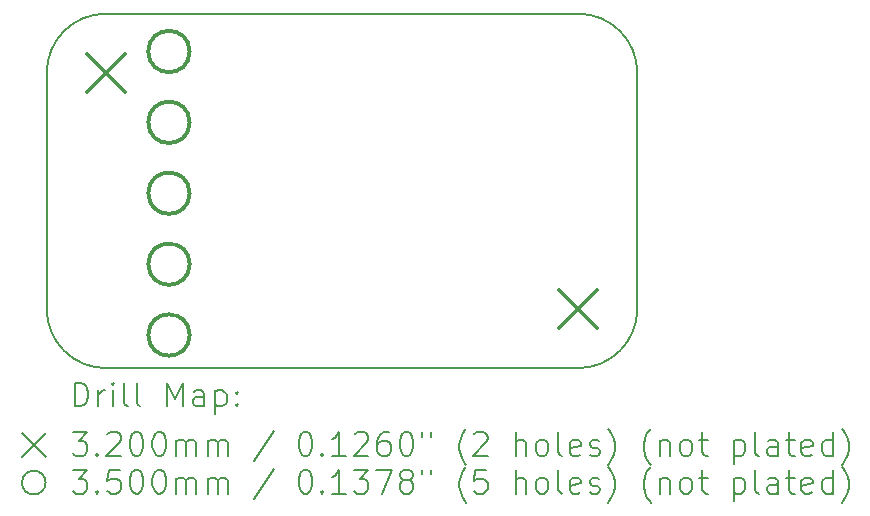
<source format=gbr>
%TF.GenerationSoftware,KiCad,Pcbnew,7.0.2*%
%TF.CreationDate,2023-05-10T12:42:35-04:00*%
%TF.ProjectId,StackLight,53746163-6b4c-4696-9768-742e6b696361,0.5*%
%TF.SameCoordinates,Original*%
%TF.FileFunction,Drillmap*%
%TF.FilePolarity,Positive*%
%FSLAX45Y45*%
G04 Gerber Fmt 4.5, Leading zero omitted, Abs format (unit mm)*
G04 Created by KiCad (PCBNEW 7.0.2) date 2023-05-10 12:42:35*
%MOMM*%
%LPD*%
G01*
G04 APERTURE LIST*
%ADD10C,0.200000*%
%ADD11C,0.320000*%
%ADD12C,0.350000*%
G04 APERTURE END LIST*
D10*
X15500000Y-8000000D02*
X15500000Y-10000000D01*
X11000000Y-7500000D02*
G75*
G03*
X10500000Y-8000000I0J-500000D01*
G01*
X15000000Y-10500000D02*
X11000000Y-10500000D01*
X11000000Y-7500000D02*
X15000000Y-7500000D01*
X15000000Y-10500000D02*
G75*
G03*
X15500000Y-10000000I0J500000D01*
G01*
X10500000Y-10000000D02*
G75*
G03*
X11000000Y-10500000I500000J0D01*
G01*
X15500000Y-8000000D02*
G75*
G03*
X15000000Y-7500000I-500000J0D01*
G01*
X10500000Y-10000000D02*
X10500000Y-8000000D01*
D11*
X10840000Y-7840000D02*
X11160000Y-8160000D01*
X11160000Y-7840000D02*
X10840000Y-8160000D01*
X14840000Y-9840000D02*
X15160000Y-10160000D01*
X15160000Y-9840000D02*
X14840000Y-10160000D01*
D12*
X11710000Y-7820000D02*
G75*
G03*
X11710000Y-7820000I-175000J0D01*
G01*
X11710000Y-8420000D02*
G75*
G03*
X11710000Y-8420000I-175000J0D01*
G01*
X11710000Y-9020000D02*
G75*
G03*
X11710000Y-9020000I-175000J0D01*
G01*
X11710000Y-9620000D02*
G75*
G03*
X11710000Y-9620000I-175000J0D01*
G01*
X11710000Y-10220000D02*
G75*
G03*
X11710000Y-10220000I-175000J0D01*
G01*
D10*
X10737619Y-10822524D02*
X10737619Y-10622524D01*
X10737619Y-10622524D02*
X10785238Y-10622524D01*
X10785238Y-10622524D02*
X10813810Y-10632048D01*
X10813810Y-10632048D02*
X10832857Y-10651095D01*
X10832857Y-10651095D02*
X10842381Y-10670143D01*
X10842381Y-10670143D02*
X10851905Y-10708238D01*
X10851905Y-10708238D02*
X10851905Y-10736810D01*
X10851905Y-10736810D02*
X10842381Y-10774905D01*
X10842381Y-10774905D02*
X10832857Y-10793952D01*
X10832857Y-10793952D02*
X10813810Y-10813000D01*
X10813810Y-10813000D02*
X10785238Y-10822524D01*
X10785238Y-10822524D02*
X10737619Y-10822524D01*
X10937619Y-10822524D02*
X10937619Y-10689190D01*
X10937619Y-10727286D02*
X10947143Y-10708238D01*
X10947143Y-10708238D02*
X10956667Y-10698714D01*
X10956667Y-10698714D02*
X10975714Y-10689190D01*
X10975714Y-10689190D02*
X10994762Y-10689190D01*
X11061429Y-10822524D02*
X11061429Y-10689190D01*
X11061429Y-10622524D02*
X11051905Y-10632048D01*
X11051905Y-10632048D02*
X11061429Y-10641571D01*
X11061429Y-10641571D02*
X11070952Y-10632048D01*
X11070952Y-10632048D02*
X11061429Y-10622524D01*
X11061429Y-10622524D02*
X11061429Y-10641571D01*
X11185238Y-10822524D02*
X11166190Y-10813000D01*
X11166190Y-10813000D02*
X11156667Y-10793952D01*
X11156667Y-10793952D02*
X11156667Y-10622524D01*
X11290000Y-10822524D02*
X11270952Y-10813000D01*
X11270952Y-10813000D02*
X11261428Y-10793952D01*
X11261428Y-10793952D02*
X11261428Y-10622524D01*
X11518571Y-10822524D02*
X11518571Y-10622524D01*
X11518571Y-10622524D02*
X11585238Y-10765381D01*
X11585238Y-10765381D02*
X11651905Y-10622524D01*
X11651905Y-10622524D02*
X11651905Y-10822524D01*
X11832857Y-10822524D02*
X11832857Y-10717762D01*
X11832857Y-10717762D02*
X11823333Y-10698714D01*
X11823333Y-10698714D02*
X11804286Y-10689190D01*
X11804286Y-10689190D02*
X11766190Y-10689190D01*
X11766190Y-10689190D02*
X11747143Y-10698714D01*
X11832857Y-10813000D02*
X11813809Y-10822524D01*
X11813809Y-10822524D02*
X11766190Y-10822524D01*
X11766190Y-10822524D02*
X11747143Y-10813000D01*
X11747143Y-10813000D02*
X11737619Y-10793952D01*
X11737619Y-10793952D02*
X11737619Y-10774905D01*
X11737619Y-10774905D02*
X11747143Y-10755857D01*
X11747143Y-10755857D02*
X11766190Y-10746333D01*
X11766190Y-10746333D02*
X11813809Y-10746333D01*
X11813809Y-10746333D02*
X11832857Y-10736810D01*
X11928095Y-10689190D02*
X11928095Y-10889190D01*
X11928095Y-10698714D02*
X11947143Y-10689190D01*
X11947143Y-10689190D02*
X11985238Y-10689190D01*
X11985238Y-10689190D02*
X12004286Y-10698714D01*
X12004286Y-10698714D02*
X12013809Y-10708238D01*
X12013809Y-10708238D02*
X12023333Y-10727286D01*
X12023333Y-10727286D02*
X12023333Y-10784429D01*
X12023333Y-10784429D02*
X12013809Y-10803476D01*
X12013809Y-10803476D02*
X12004286Y-10813000D01*
X12004286Y-10813000D02*
X11985238Y-10822524D01*
X11985238Y-10822524D02*
X11947143Y-10822524D01*
X11947143Y-10822524D02*
X11928095Y-10813000D01*
X12109048Y-10803476D02*
X12118571Y-10813000D01*
X12118571Y-10813000D02*
X12109048Y-10822524D01*
X12109048Y-10822524D02*
X12099524Y-10813000D01*
X12099524Y-10813000D02*
X12109048Y-10803476D01*
X12109048Y-10803476D02*
X12109048Y-10822524D01*
X12109048Y-10698714D02*
X12118571Y-10708238D01*
X12118571Y-10708238D02*
X12109048Y-10717762D01*
X12109048Y-10717762D02*
X12099524Y-10708238D01*
X12099524Y-10708238D02*
X12109048Y-10698714D01*
X12109048Y-10698714D02*
X12109048Y-10717762D01*
X10290000Y-11050000D02*
X10490000Y-11250000D01*
X10490000Y-11050000D02*
X10290000Y-11250000D01*
X10718571Y-11042524D02*
X10842381Y-11042524D01*
X10842381Y-11042524D02*
X10775714Y-11118714D01*
X10775714Y-11118714D02*
X10804286Y-11118714D01*
X10804286Y-11118714D02*
X10823333Y-11128238D01*
X10823333Y-11128238D02*
X10832857Y-11137762D01*
X10832857Y-11137762D02*
X10842381Y-11156810D01*
X10842381Y-11156810D02*
X10842381Y-11204428D01*
X10842381Y-11204428D02*
X10832857Y-11223476D01*
X10832857Y-11223476D02*
X10823333Y-11233000D01*
X10823333Y-11233000D02*
X10804286Y-11242524D01*
X10804286Y-11242524D02*
X10747143Y-11242524D01*
X10747143Y-11242524D02*
X10728095Y-11233000D01*
X10728095Y-11233000D02*
X10718571Y-11223476D01*
X10928095Y-11223476D02*
X10937619Y-11233000D01*
X10937619Y-11233000D02*
X10928095Y-11242524D01*
X10928095Y-11242524D02*
X10918571Y-11233000D01*
X10918571Y-11233000D02*
X10928095Y-11223476D01*
X10928095Y-11223476D02*
X10928095Y-11242524D01*
X11013810Y-11061571D02*
X11023333Y-11052048D01*
X11023333Y-11052048D02*
X11042381Y-11042524D01*
X11042381Y-11042524D02*
X11090000Y-11042524D01*
X11090000Y-11042524D02*
X11109048Y-11052048D01*
X11109048Y-11052048D02*
X11118571Y-11061571D01*
X11118571Y-11061571D02*
X11128095Y-11080619D01*
X11128095Y-11080619D02*
X11128095Y-11099667D01*
X11128095Y-11099667D02*
X11118571Y-11128238D01*
X11118571Y-11128238D02*
X11004286Y-11242524D01*
X11004286Y-11242524D02*
X11128095Y-11242524D01*
X11251905Y-11042524D02*
X11270952Y-11042524D01*
X11270952Y-11042524D02*
X11290000Y-11052048D01*
X11290000Y-11052048D02*
X11299524Y-11061571D01*
X11299524Y-11061571D02*
X11309048Y-11080619D01*
X11309048Y-11080619D02*
X11318571Y-11118714D01*
X11318571Y-11118714D02*
X11318571Y-11166333D01*
X11318571Y-11166333D02*
X11309048Y-11204428D01*
X11309048Y-11204428D02*
X11299524Y-11223476D01*
X11299524Y-11223476D02*
X11290000Y-11233000D01*
X11290000Y-11233000D02*
X11270952Y-11242524D01*
X11270952Y-11242524D02*
X11251905Y-11242524D01*
X11251905Y-11242524D02*
X11232857Y-11233000D01*
X11232857Y-11233000D02*
X11223333Y-11223476D01*
X11223333Y-11223476D02*
X11213809Y-11204428D01*
X11213809Y-11204428D02*
X11204286Y-11166333D01*
X11204286Y-11166333D02*
X11204286Y-11118714D01*
X11204286Y-11118714D02*
X11213809Y-11080619D01*
X11213809Y-11080619D02*
X11223333Y-11061571D01*
X11223333Y-11061571D02*
X11232857Y-11052048D01*
X11232857Y-11052048D02*
X11251905Y-11042524D01*
X11442381Y-11042524D02*
X11461429Y-11042524D01*
X11461429Y-11042524D02*
X11480476Y-11052048D01*
X11480476Y-11052048D02*
X11490000Y-11061571D01*
X11490000Y-11061571D02*
X11499524Y-11080619D01*
X11499524Y-11080619D02*
X11509048Y-11118714D01*
X11509048Y-11118714D02*
X11509048Y-11166333D01*
X11509048Y-11166333D02*
X11499524Y-11204428D01*
X11499524Y-11204428D02*
X11490000Y-11223476D01*
X11490000Y-11223476D02*
X11480476Y-11233000D01*
X11480476Y-11233000D02*
X11461429Y-11242524D01*
X11461429Y-11242524D02*
X11442381Y-11242524D01*
X11442381Y-11242524D02*
X11423333Y-11233000D01*
X11423333Y-11233000D02*
X11413809Y-11223476D01*
X11413809Y-11223476D02*
X11404286Y-11204428D01*
X11404286Y-11204428D02*
X11394762Y-11166333D01*
X11394762Y-11166333D02*
X11394762Y-11118714D01*
X11394762Y-11118714D02*
X11404286Y-11080619D01*
X11404286Y-11080619D02*
X11413809Y-11061571D01*
X11413809Y-11061571D02*
X11423333Y-11052048D01*
X11423333Y-11052048D02*
X11442381Y-11042524D01*
X11594762Y-11242524D02*
X11594762Y-11109190D01*
X11594762Y-11128238D02*
X11604286Y-11118714D01*
X11604286Y-11118714D02*
X11623333Y-11109190D01*
X11623333Y-11109190D02*
X11651905Y-11109190D01*
X11651905Y-11109190D02*
X11670952Y-11118714D01*
X11670952Y-11118714D02*
X11680476Y-11137762D01*
X11680476Y-11137762D02*
X11680476Y-11242524D01*
X11680476Y-11137762D02*
X11690000Y-11118714D01*
X11690000Y-11118714D02*
X11709048Y-11109190D01*
X11709048Y-11109190D02*
X11737619Y-11109190D01*
X11737619Y-11109190D02*
X11756667Y-11118714D01*
X11756667Y-11118714D02*
X11766190Y-11137762D01*
X11766190Y-11137762D02*
X11766190Y-11242524D01*
X11861429Y-11242524D02*
X11861429Y-11109190D01*
X11861429Y-11128238D02*
X11870952Y-11118714D01*
X11870952Y-11118714D02*
X11890000Y-11109190D01*
X11890000Y-11109190D02*
X11918571Y-11109190D01*
X11918571Y-11109190D02*
X11937619Y-11118714D01*
X11937619Y-11118714D02*
X11947143Y-11137762D01*
X11947143Y-11137762D02*
X11947143Y-11242524D01*
X11947143Y-11137762D02*
X11956667Y-11118714D01*
X11956667Y-11118714D02*
X11975714Y-11109190D01*
X11975714Y-11109190D02*
X12004286Y-11109190D01*
X12004286Y-11109190D02*
X12023333Y-11118714D01*
X12023333Y-11118714D02*
X12032857Y-11137762D01*
X12032857Y-11137762D02*
X12032857Y-11242524D01*
X12423333Y-11033000D02*
X12251905Y-11290143D01*
X12680476Y-11042524D02*
X12699524Y-11042524D01*
X12699524Y-11042524D02*
X12718572Y-11052048D01*
X12718572Y-11052048D02*
X12728095Y-11061571D01*
X12728095Y-11061571D02*
X12737619Y-11080619D01*
X12737619Y-11080619D02*
X12747143Y-11118714D01*
X12747143Y-11118714D02*
X12747143Y-11166333D01*
X12747143Y-11166333D02*
X12737619Y-11204428D01*
X12737619Y-11204428D02*
X12728095Y-11223476D01*
X12728095Y-11223476D02*
X12718572Y-11233000D01*
X12718572Y-11233000D02*
X12699524Y-11242524D01*
X12699524Y-11242524D02*
X12680476Y-11242524D01*
X12680476Y-11242524D02*
X12661429Y-11233000D01*
X12661429Y-11233000D02*
X12651905Y-11223476D01*
X12651905Y-11223476D02*
X12642381Y-11204428D01*
X12642381Y-11204428D02*
X12632857Y-11166333D01*
X12632857Y-11166333D02*
X12632857Y-11118714D01*
X12632857Y-11118714D02*
X12642381Y-11080619D01*
X12642381Y-11080619D02*
X12651905Y-11061571D01*
X12651905Y-11061571D02*
X12661429Y-11052048D01*
X12661429Y-11052048D02*
X12680476Y-11042524D01*
X12832857Y-11223476D02*
X12842381Y-11233000D01*
X12842381Y-11233000D02*
X12832857Y-11242524D01*
X12832857Y-11242524D02*
X12823333Y-11233000D01*
X12823333Y-11233000D02*
X12832857Y-11223476D01*
X12832857Y-11223476D02*
X12832857Y-11242524D01*
X13032857Y-11242524D02*
X12918572Y-11242524D01*
X12975714Y-11242524D02*
X12975714Y-11042524D01*
X12975714Y-11042524D02*
X12956667Y-11071095D01*
X12956667Y-11071095D02*
X12937619Y-11090143D01*
X12937619Y-11090143D02*
X12918572Y-11099667D01*
X13109048Y-11061571D02*
X13118572Y-11052048D01*
X13118572Y-11052048D02*
X13137619Y-11042524D01*
X13137619Y-11042524D02*
X13185238Y-11042524D01*
X13185238Y-11042524D02*
X13204286Y-11052048D01*
X13204286Y-11052048D02*
X13213810Y-11061571D01*
X13213810Y-11061571D02*
X13223333Y-11080619D01*
X13223333Y-11080619D02*
X13223333Y-11099667D01*
X13223333Y-11099667D02*
X13213810Y-11128238D01*
X13213810Y-11128238D02*
X13099524Y-11242524D01*
X13099524Y-11242524D02*
X13223333Y-11242524D01*
X13394762Y-11042524D02*
X13356667Y-11042524D01*
X13356667Y-11042524D02*
X13337619Y-11052048D01*
X13337619Y-11052048D02*
X13328095Y-11061571D01*
X13328095Y-11061571D02*
X13309048Y-11090143D01*
X13309048Y-11090143D02*
X13299524Y-11128238D01*
X13299524Y-11128238D02*
X13299524Y-11204428D01*
X13299524Y-11204428D02*
X13309048Y-11223476D01*
X13309048Y-11223476D02*
X13318572Y-11233000D01*
X13318572Y-11233000D02*
X13337619Y-11242524D01*
X13337619Y-11242524D02*
X13375714Y-11242524D01*
X13375714Y-11242524D02*
X13394762Y-11233000D01*
X13394762Y-11233000D02*
X13404286Y-11223476D01*
X13404286Y-11223476D02*
X13413810Y-11204428D01*
X13413810Y-11204428D02*
X13413810Y-11156810D01*
X13413810Y-11156810D02*
X13404286Y-11137762D01*
X13404286Y-11137762D02*
X13394762Y-11128238D01*
X13394762Y-11128238D02*
X13375714Y-11118714D01*
X13375714Y-11118714D02*
X13337619Y-11118714D01*
X13337619Y-11118714D02*
X13318572Y-11128238D01*
X13318572Y-11128238D02*
X13309048Y-11137762D01*
X13309048Y-11137762D02*
X13299524Y-11156810D01*
X13537619Y-11042524D02*
X13556667Y-11042524D01*
X13556667Y-11042524D02*
X13575714Y-11052048D01*
X13575714Y-11052048D02*
X13585238Y-11061571D01*
X13585238Y-11061571D02*
X13594762Y-11080619D01*
X13594762Y-11080619D02*
X13604286Y-11118714D01*
X13604286Y-11118714D02*
X13604286Y-11166333D01*
X13604286Y-11166333D02*
X13594762Y-11204428D01*
X13594762Y-11204428D02*
X13585238Y-11223476D01*
X13585238Y-11223476D02*
X13575714Y-11233000D01*
X13575714Y-11233000D02*
X13556667Y-11242524D01*
X13556667Y-11242524D02*
X13537619Y-11242524D01*
X13537619Y-11242524D02*
X13518572Y-11233000D01*
X13518572Y-11233000D02*
X13509048Y-11223476D01*
X13509048Y-11223476D02*
X13499524Y-11204428D01*
X13499524Y-11204428D02*
X13490000Y-11166333D01*
X13490000Y-11166333D02*
X13490000Y-11118714D01*
X13490000Y-11118714D02*
X13499524Y-11080619D01*
X13499524Y-11080619D02*
X13509048Y-11061571D01*
X13509048Y-11061571D02*
X13518572Y-11052048D01*
X13518572Y-11052048D02*
X13537619Y-11042524D01*
X13680476Y-11042524D02*
X13680476Y-11080619D01*
X13756667Y-11042524D02*
X13756667Y-11080619D01*
X14051905Y-11318714D02*
X14042381Y-11309190D01*
X14042381Y-11309190D02*
X14023334Y-11280619D01*
X14023334Y-11280619D02*
X14013810Y-11261571D01*
X14013810Y-11261571D02*
X14004286Y-11233000D01*
X14004286Y-11233000D02*
X13994762Y-11185381D01*
X13994762Y-11185381D02*
X13994762Y-11147286D01*
X13994762Y-11147286D02*
X14004286Y-11099667D01*
X14004286Y-11099667D02*
X14013810Y-11071095D01*
X14013810Y-11071095D02*
X14023334Y-11052048D01*
X14023334Y-11052048D02*
X14042381Y-11023476D01*
X14042381Y-11023476D02*
X14051905Y-11013952D01*
X14118572Y-11061571D02*
X14128095Y-11052048D01*
X14128095Y-11052048D02*
X14147143Y-11042524D01*
X14147143Y-11042524D02*
X14194762Y-11042524D01*
X14194762Y-11042524D02*
X14213810Y-11052048D01*
X14213810Y-11052048D02*
X14223334Y-11061571D01*
X14223334Y-11061571D02*
X14232857Y-11080619D01*
X14232857Y-11080619D02*
X14232857Y-11099667D01*
X14232857Y-11099667D02*
X14223334Y-11128238D01*
X14223334Y-11128238D02*
X14109048Y-11242524D01*
X14109048Y-11242524D02*
X14232857Y-11242524D01*
X14470953Y-11242524D02*
X14470953Y-11042524D01*
X14556667Y-11242524D02*
X14556667Y-11137762D01*
X14556667Y-11137762D02*
X14547143Y-11118714D01*
X14547143Y-11118714D02*
X14528096Y-11109190D01*
X14528096Y-11109190D02*
X14499524Y-11109190D01*
X14499524Y-11109190D02*
X14480476Y-11118714D01*
X14480476Y-11118714D02*
X14470953Y-11128238D01*
X14680476Y-11242524D02*
X14661429Y-11233000D01*
X14661429Y-11233000D02*
X14651905Y-11223476D01*
X14651905Y-11223476D02*
X14642381Y-11204428D01*
X14642381Y-11204428D02*
X14642381Y-11147286D01*
X14642381Y-11147286D02*
X14651905Y-11128238D01*
X14651905Y-11128238D02*
X14661429Y-11118714D01*
X14661429Y-11118714D02*
X14680476Y-11109190D01*
X14680476Y-11109190D02*
X14709048Y-11109190D01*
X14709048Y-11109190D02*
X14728096Y-11118714D01*
X14728096Y-11118714D02*
X14737619Y-11128238D01*
X14737619Y-11128238D02*
X14747143Y-11147286D01*
X14747143Y-11147286D02*
X14747143Y-11204428D01*
X14747143Y-11204428D02*
X14737619Y-11223476D01*
X14737619Y-11223476D02*
X14728096Y-11233000D01*
X14728096Y-11233000D02*
X14709048Y-11242524D01*
X14709048Y-11242524D02*
X14680476Y-11242524D01*
X14861429Y-11242524D02*
X14842381Y-11233000D01*
X14842381Y-11233000D02*
X14832857Y-11213952D01*
X14832857Y-11213952D02*
X14832857Y-11042524D01*
X15013810Y-11233000D02*
X14994762Y-11242524D01*
X14994762Y-11242524D02*
X14956667Y-11242524D01*
X14956667Y-11242524D02*
X14937619Y-11233000D01*
X14937619Y-11233000D02*
X14928096Y-11213952D01*
X14928096Y-11213952D02*
X14928096Y-11137762D01*
X14928096Y-11137762D02*
X14937619Y-11118714D01*
X14937619Y-11118714D02*
X14956667Y-11109190D01*
X14956667Y-11109190D02*
X14994762Y-11109190D01*
X14994762Y-11109190D02*
X15013810Y-11118714D01*
X15013810Y-11118714D02*
X15023334Y-11137762D01*
X15023334Y-11137762D02*
X15023334Y-11156810D01*
X15023334Y-11156810D02*
X14928096Y-11175857D01*
X15099524Y-11233000D02*
X15118572Y-11242524D01*
X15118572Y-11242524D02*
X15156667Y-11242524D01*
X15156667Y-11242524D02*
X15175715Y-11233000D01*
X15175715Y-11233000D02*
X15185238Y-11213952D01*
X15185238Y-11213952D02*
X15185238Y-11204428D01*
X15185238Y-11204428D02*
X15175715Y-11185381D01*
X15175715Y-11185381D02*
X15156667Y-11175857D01*
X15156667Y-11175857D02*
X15128096Y-11175857D01*
X15128096Y-11175857D02*
X15109048Y-11166333D01*
X15109048Y-11166333D02*
X15099524Y-11147286D01*
X15099524Y-11147286D02*
X15099524Y-11137762D01*
X15099524Y-11137762D02*
X15109048Y-11118714D01*
X15109048Y-11118714D02*
X15128096Y-11109190D01*
X15128096Y-11109190D02*
X15156667Y-11109190D01*
X15156667Y-11109190D02*
X15175715Y-11118714D01*
X15251905Y-11318714D02*
X15261429Y-11309190D01*
X15261429Y-11309190D02*
X15280477Y-11280619D01*
X15280477Y-11280619D02*
X15290000Y-11261571D01*
X15290000Y-11261571D02*
X15299524Y-11233000D01*
X15299524Y-11233000D02*
X15309048Y-11185381D01*
X15309048Y-11185381D02*
X15309048Y-11147286D01*
X15309048Y-11147286D02*
X15299524Y-11099667D01*
X15299524Y-11099667D02*
X15290000Y-11071095D01*
X15290000Y-11071095D02*
X15280477Y-11052048D01*
X15280477Y-11052048D02*
X15261429Y-11023476D01*
X15261429Y-11023476D02*
X15251905Y-11013952D01*
X15613810Y-11318714D02*
X15604286Y-11309190D01*
X15604286Y-11309190D02*
X15585238Y-11280619D01*
X15585238Y-11280619D02*
X15575715Y-11261571D01*
X15575715Y-11261571D02*
X15566191Y-11233000D01*
X15566191Y-11233000D02*
X15556667Y-11185381D01*
X15556667Y-11185381D02*
X15556667Y-11147286D01*
X15556667Y-11147286D02*
X15566191Y-11099667D01*
X15566191Y-11099667D02*
X15575715Y-11071095D01*
X15575715Y-11071095D02*
X15585238Y-11052048D01*
X15585238Y-11052048D02*
X15604286Y-11023476D01*
X15604286Y-11023476D02*
X15613810Y-11013952D01*
X15690000Y-11109190D02*
X15690000Y-11242524D01*
X15690000Y-11128238D02*
X15699524Y-11118714D01*
X15699524Y-11118714D02*
X15718572Y-11109190D01*
X15718572Y-11109190D02*
X15747143Y-11109190D01*
X15747143Y-11109190D02*
X15766191Y-11118714D01*
X15766191Y-11118714D02*
X15775715Y-11137762D01*
X15775715Y-11137762D02*
X15775715Y-11242524D01*
X15899524Y-11242524D02*
X15880477Y-11233000D01*
X15880477Y-11233000D02*
X15870953Y-11223476D01*
X15870953Y-11223476D02*
X15861429Y-11204428D01*
X15861429Y-11204428D02*
X15861429Y-11147286D01*
X15861429Y-11147286D02*
X15870953Y-11128238D01*
X15870953Y-11128238D02*
X15880477Y-11118714D01*
X15880477Y-11118714D02*
X15899524Y-11109190D01*
X15899524Y-11109190D02*
X15928096Y-11109190D01*
X15928096Y-11109190D02*
X15947143Y-11118714D01*
X15947143Y-11118714D02*
X15956667Y-11128238D01*
X15956667Y-11128238D02*
X15966191Y-11147286D01*
X15966191Y-11147286D02*
X15966191Y-11204428D01*
X15966191Y-11204428D02*
X15956667Y-11223476D01*
X15956667Y-11223476D02*
X15947143Y-11233000D01*
X15947143Y-11233000D02*
X15928096Y-11242524D01*
X15928096Y-11242524D02*
X15899524Y-11242524D01*
X16023334Y-11109190D02*
X16099524Y-11109190D01*
X16051905Y-11042524D02*
X16051905Y-11213952D01*
X16051905Y-11213952D02*
X16061429Y-11233000D01*
X16061429Y-11233000D02*
X16080477Y-11242524D01*
X16080477Y-11242524D02*
X16099524Y-11242524D01*
X16318572Y-11109190D02*
X16318572Y-11309190D01*
X16318572Y-11118714D02*
X16337619Y-11109190D01*
X16337619Y-11109190D02*
X16375715Y-11109190D01*
X16375715Y-11109190D02*
X16394762Y-11118714D01*
X16394762Y-11118714D02*
X16404286Y-11128238D01*
X16404286Y-11128238D02*
X16413810Y-11147286D01*
X16413810Y-11147286D02*
X16413810Y-11204428D01*
X16413810Y-11204428D02*
X16404286Y-11223476D01*
X16404286Y-11223476D02*
X16394762Y-11233000D01*
X16394762Y-11233000D02*
X16375715Y-11242524D01*
X16375715Y-11242524D02*
X16337619Y-11242524D01*
X16337619Y-11242524D02*
X16318572Y-11233000D01*
X16528096Y-11242524D02*
X16509048Y-11233000D01*
X16509048Y-11233000D02*
X16499524Y-11213952D01*
X16499524Y-11213952D02*
X16499524Y-11042524D01*
X16690000Y-11242524D02*
X16690000Y-11137762D01*
X16690000Y-11137762D02*
X16680477Y-11118714D01*
X16680477Y-11118714D02*
X16661429Y-11109190D01*
X16661429Y-11109190D02*
X16623334Y-11109190D01*
X16623334Y-11109190D02*
X16604286Y-11118714D01*
X16690000Y-11233000D02*
X16670953Y-11242524D01*
X16670953Y-11242524D02*
X16623334Y-11242524D01*
X16623334Y-11242524D02*
X16604286Y-11233000D01*
X16604286Y-11233000D02*
X16594762Y-11213952D01*
X16594762Y-11213952D02*
X16594762Y-11194905D01*
X16594762Y-11194905D02*
X16604286Y-11175857D01*
X16604286Y-11175857D02*
X16623334Y-11166333D01*
X16623334Y-11166333D02*
X16670953Y-11166333D01*
X16670953Y-11166333D02*
X16690000Y-11156810D01*
X16756667Y-11109190D02*
X16832858Y-11109190D01*
X16785239Y-11042524D02*
X16785239Y-11213952D01*
X16785239Y-11213952D02*
X16794762Y-11233000D01*
X16794762Y-11233000D02*
X16813810Y-11242524D01*
X16813810Y-11242524D02*
X16832858Y-11242524D01*
X16975715Y-11233000D02*
X16956667Y-11242524D01*
X16956667Y-11242524D02*
X16918572Y-11242524D01*
X16918572Y-11242524D02*
X16899524Y-11233000D01*
X16899524Y-11233000D02*
X16890001Y-11213952D01*
X16890001Y-11213952D02*
X16890001Y-11137762D01*
X16890001Y-11137762D02*
X16899524Y-11118714D01*
X16899524Y-11118714D02*
X16918572Y-11109190D01*
X16918572Y-11109190D02*
X16956667Y-11109190D01*
X16956667Y-11109190D02*
X16975715Y-11118714D01*
X16975715Y-11118714D02*
X16985239Y-11137762D01*
X16985239Y-11137762D02*
X16985239Y-11156810D01*
X16985239Y-11156810D02*
X16890001Y-11175857D01*
X17156667Y-11242524D02*
X17156667Y-11042524D01*
X17156667Y-11233000D02*
X17137620Y-11242524D01*
X17137620Y-11242524D02*
X17099524Y-11242524D01*
X17099524Y-11242524D02*
X17080477Y-11233000D01*
X17080477Y-11233000D02*
X17070953Y-11223476D01*
X17070953Y-11223476D02*
X17061429Y-11204428D01*
X17061429Y-11204428D02*
X17061429Y-11147286D01*
X17061429Y-11147286D02*
X17070953Y-11128238D01*
X17070953Y-11128238D02*
X17080477Y-11118714D01*
X17080477Y-11118714D02*
X17099524Y-11109190D01*
X17099524Y-11109190D02*
X17137620Y-11109190D01*
X17137620Y-11109190D02*
X17156667Y-11118714D01*
X17232858Y-11318714D02*
X17242382Y-11309190D01*
X17242382Y-11309190D02*
X17261429Y-11280619D01*
X17261429Y-11280619D02*
X17270953Y-11261571D01*
X17270953Y-11261571D02*
X17280477Y-11233000D01*
X17280477Y-11233000D02*
X17290001Y-11185381D01*
X17290001Y-11185381D02*
X17290001Y-11147286D01*
X17290001Y-11147286D02*
X17280477Y-11099667D01*
X17280477Y-11099667D02*
X17270953Y-11071095D01*
X17270953Y-11071095D02*
X17261429Y-11052048D01*
X17261429Y-11052048D02*
X17242382Y-11023476D01*
X17242382Y-11023476D02*
X17232858Y-11013952D01*
X10490000Y-11470000D02*
G75*
G03*
X10490000Y-11470000I-100000J0D01*
G01*
X10718571Y-11362524D02*
X10842381Y-11362524D01*
X10842381Y-11362524D02*
X10775714Y-11438714D01*
X10775714Y-11438714D02*
X10804286Y-11438714D01*
X10804286Y-11438714D02*
X10823333Y-11448238D01*
X10823333Y-11448238D02*
X10832857Y-11457762D01*
X10832857Y-11457762D02*
X10842381Y-11476809D01*
X10842381Y-11476809D02*
X10842381Y-11524428D01*
X10842381Y-11524428D02*
X10832857Y-11543476D01*
X10832857Y-11543476D02*
X10823333Y-11553000D01*
X10823333Y-11553000D02*
X10804286Y-11562524D01*
X10804286Y-11562524D02*
X10747143Y-11562524D01*
X10747143Y-11562524D02*
X10728095Y-11553000D01*
X10728095Y-11553000D02*
X10718571Y-11543476D01*
X10928095Y-11543476D02*
X10937619Y-11553000D01*
X10937619Y-11553000D02*
X10928095Y-11562524D01*
X10928095Y-11562524D02*
X10918571Y-11553000D01*
X10918571Y-11553000D02*
X10928095Y-11543476D01*
X10928095Y-11543476D02*
X10928095Y-11562524D01*
X11118571Y-11362524D02*
X11023333Y-11362524D01*
X11023333Y-11362524D02*
X11013810Y-11457762D01*
X11013810Y-11457762D02*
X11023333Y-11448238D01*
X11023333Y-11448238D02*
X11042381Y-11438714D01*
X11042381Y-11438714D02*
X11090000Y-11438714D01*
X11090000Y-11438714D02*
X11109048Y-11448238D01*
X11109048Y-11448238D02*
X11118571Y-11457762D01*
X11118571Y-11457762D02*
X11128095Y-11476809D01*
X11128095Y-11476809D02*
X11128095Y-11524428D01*
X11128095Y-11524428D02*
X11118571Y-11543476D01*
X11118571Y-11543476D02*
X11109048Y-11553000D01*
X11109048Y-11553000D02*
X11090000Y-11562524D01*
X11090000Y-11562524D02*
X11042381Y-11562524D01*
X11042381Y-11562524D02*
X11023333Y-11553000D01*
X11023333Y-11553000D02*
X11013810Y-11543476D01*
X11251905Y-11362524D02*
X11270952Y-11362524D01*
X11270952Y-11362524D02*
X11290000Y-11372048D01*
X11290000Y-11372048D02*
X11299524Y-11381571D01*
X11299524Y-11381571D02*
X11309048Y-11400619D01*
X11309048Y-11400619D02*
X11318571Y-11438714D01*
X11318571Y-11438714D02*
X11318571Y-11486333D01*
X11318571Y-11486333D02*
X11309048Y-11524428D01*
X11309048Y-11524428D02*
X11299524Y-11543476D01*
X11299524Y-11543476D02*
X11290000Y-11553000D01*
X11290000Y-11553000D02*
X11270952Y-11562524D01*
X11270952Y-11562524D02*
X11251905Y-11562524D01*
X11251905Y-11562524D02*
X11232857Y-11553000D01*
X11232857Y-11553000D02*
X11223333Y-11543476D01*
X11223333Y-11543476D02*
X11213809Y-11524428D01*
X11213809Y-11524428D02*
X11204286Y-11486333D01*
X11204286Y-11486333D02*
X11204286Y-11438714D01*
X11204286Y-11438714D02*
X11213809Y-11400619D01*
X11213809Y-11400619D02*
X11223333Y-11381571D01*
X11223333Y-11381571D02*
X11232857Y-11372048D01*
X11232857Y-11372048D02*
X11251905Y-11362524D01*
X11442381Y-11362524D02*
X11461429Y-11362524D01*
X11461429Y-11362524D02*
X11480476Y-11372048D01*
X11480476Y-11372048D02*
X11490000Y-11381571D01*
X11490000Y-11381571D02*
X11499524Y-11400619D01*
X11499524Y-11400619D02*
X11509048Y-11438714D01*
X11509048Y-11438714D02*
X11509048Y-11486333D01*
X11509048Y-11486333D02*
X11499524Y-11524428D01*
X11499524Y-11524428D02*
X11490000Y-11543476D01*
X11490000Y-11543476D02*
X11480476Y-11553000D01*
X11480476Y-11553000D02*
X11461429Y-11562524D01*
X11461429Y-11562524D02*
X11442381Y-11562524D01*
X11442381Y-11562524D02*
X11423333Y-11553000D01*
X11423333Y-11553000D02*
X11413809Y-11543476D01*
X11413809Y-11543476D02*
X11404286Y-11524428D01*
X11404286Y-11524428D02*
X11394762Y-11486333D01*
X11394762Y-11486333D02*
X11394762Y-11438714D01*
X11394762Y-11438714D02*
X11404286Y-11400619D01*
X11404286Y-11400619D02*
X11413809Y-11381571D01*
X11413809Y-11381571D02*
X11423333Y-11372048D01*
X11423333Y-11372048D02*
X11442381Y-11362524D01*
X11594762Y-11562524D02*
X11594762Y-11429190D01*
X11594762Y-11448238D02*
X11604286Y-11438714D01*
X11604286Y-11438714D02*
X11623333Y-11429190D01*
X11623333Y-11429190D02*
X11651905Y-11429190D01*
X11651905Y-11429190D02*
X11670952Y-11438714D01*
X11670952Y-11438714D02*
X11680476Y-11457762D01*
X11680476Y-11457762D02*
X11680476Y-11562524D01*
X11680476Y-11457762D02*
X11690000Y-11438714D01*
X11690000Y-11438714D02*
X11709048Y-11429190D01*
X11709048Y-11429190D02*
X11737619Y-11429190D01*
X11737619Y-11429190D02*
X11756667Y-11438714D01*
X11756667Y-11438714D02*
X11766190Y-11457762D01*
X11766190Y-11457762D02*
X11766190Y-11562524D01*
X11861429Y-11562524D02*
X11861429Y-11429190D01*
X11861429Y-11448238D02*
X11870952Y-11438714D01*
X11870952Y-11438714D02*
X11890000Y-11429190D01*
X11890000Y-11429190D02*
X11918571Y-11429190D01*
X11918571Y-11429190D02*
X11937619Y-11438714D01*
X11937619Y-11438714D02*
X11947143Y-11457762D01*
X11947143Y-11457762D02*
X11947143Y-11562524D01*
X11947143Y-11457762D02*
X11956667Y-11438714D01*
X11956667Y-11438714D02*
X11975714Y-11429190D01*
X11975714Y-11429190D02*
X12004286Y-11429190D01*
X12004286Y-11429190D02*
X12023333Y-11438714D01*
X12023333Y-11438714D02*
X12032857Y-11457762D01*
X12032857Y-11457762D02*
X12032857Y-11562524D01*
X12423333Y-11353000D02*
X12251905Y-11610143D01*
X12680476Y-11362524D02*
X12699524Y-11362524D01*
X12699524Y-11362524D02*
X12718572Y-11372048D01*
X12718572Y-11372048D02*
X12728095Y-11381571D01*
X12728095Y-11381571D02*
X12737619Y-11400619D01*
X12737619Y-11400619D02*
X12747143Y-11438714D01*
X12747143Y-11438714D02*
X12747143Y-11486333D01*
X12747143Y-11486333D02*
X12737619Y-11524428D01*
X12737619Y-11524428D02*
X12728095Y-11543476D01*
X12728095Y-11543476D02*
X12718572Y-11553000D01*
X12718572Y-11553000D02*
X12699524Y-11562524D01*
X12699524Y-11562524D02*
X12680476Y-11562524D01*
X12680476Y-11562524D02*
X12661429Y-11553000D01*
X12661429Y-11553000D02*
X12651905Y-11543476D01*
X12651905Y-11543476D02*
X12642381Y-11524428D01*
X12642381Y-11524428D02*
X12632857Y-11486333D01*
X12632857Y-11486333D02*
X12632857Y-11438714D01*
X12632857Y-11438714D02*
X12642381Y-11400619D01*
X12642381Y-11400619D02*
X12651905Y-11381571D01*
X12651905Y-11381571D02*
X12661429Y-11372048D01*
X12661429Y-11372048D02*
X12680476Y-11362524D01*
X12832857Y-11543476D02*
X12842381Y-11553000D01*
X12842381Y-11553000D02*
X12832857Y-11562524D01*
X12832857Y-11562524D02*
X12823333Y-11553000D01*
X12823333Y-11553000D02*
X12832857Y-11543476D01*
X12832857Y-11543476D02*
X12832857Y-11562524D01*
X13032857Y-11562524D02*
X12918572Y-11562524D01*
X12975714Y-11562524D02*
X12975714Y-11362524D01*
X12975714Y-11362524D02*
X12956667Y-11391095D01*
X12956667Y-11391095D02*
X12937619Y-11410143D01*
X12937619Y-11410143D02*
X12918572Y-11419667D01*
X13099524Y-11362524D02*
X13223333Y-11362524D01*
X13223333Y-11362524D02*
X13156667Y-11438714D01*
X13156667Y-11438714D02*
X13185238Y-11438714D01*
X13185238Y-11438714D02*
X13204286Y-11448238D01*
X13204286Y-11448238D02*
X13213810Y-11457762D01*
X13213810Y-11457762D02*
X13223333Y-11476809D01*
X13223333Y-11476809D02*
X13223333Y-11524428D01*
X13223333Y-11524428D02*
X13213810Y-11543476D01*
X13213810Y-11543476D02*
X13204286Y-11553000D01*
X13204286Y-11553000D02*
X13185238Y-11562524D01*
X13185238Y-11562524D02*
X13128095Y-11562524D01*
X13128095Y-11562524D02*
X13109048Y-11553000D01*
X13109048Y-11553000D02*
X13099524Y-11543476D01*
X13290000Y-11362524D02*
X13423333Y-11362524D01*
X13423333Y-11362524D02*
X13337619Y-11562524D01*
X13528095Y-11448238D02*
X13509048Y-11438714D01*
X13509048Y-11438714D02*
X13499524Y-11429190D01*
X13499524Y-11429190D02*
X13490000Y-11410143D01*
X13490000Y-11410143D02*
X13490000Y-11400619D01*
X13490000Y-11400619D02*
X13499524Y-11381571D01*
X13499524Y-11381571D02*
X13509048Y-11372048D01*
X13509048Y-11372048D02*
X13528095Y-11362524D01*
X13528095Y-11362524D02*
X13566191Y-11362524D01*
X13566191Y-11362524D02*
X13585238Y-11372048D01*
X13585238Y-11372048D02*
X13594762Y-11381571D01*
X13594762Y-11381571D02*
X13604286Y-11400619D01*
X13604286Y-11400619D02*
X13604286Y-11410143D01*
X13604286Y-11410143D02*
X13594762Y-11429190D01*
X13594762Y-11429190D02*
X13585238Y-11438714D01*
X13585238Y-11438714D02*
X13566191Y-11448238D01*
X13566191Y-11448238D02*
X13528095Y-11448238D01*
X13528095Y-11448238D02*
X13509048Y-11457762D01*
X13509048Y-11457762D02*
X13499524Y-11467286D01*
X13499524Y-11467286D02*
X13490000Y-11486333D01*
X13490000Y-11486333D02*
X13490000Y-11524428D01*
X13490000Y-11524428D02*
X13499524Y-11543476D01*
X13499524Y-11543476D02*
X13509048Y-11553000D01*
X13509048Y-11553000D02*
X13528095Y-11562524D01*
X13528095Y-11562524D02*
X13566191Y-11562524D01*
X13566191Y-11562524D02*
X13585238Y-11553000D01*
X13585238Y-11553000D02*
X13594762Y-11543476D01*
X13594762Y-11543476D02*
X13604286Y-11524428D01*
X13604286Y-11524428D02*
X13604286Y-11486333D01*
X13604286Y-11486333D02*
X13594762Y-11467286D01*
X13594762Y-11467286D02*
X13585238Y-11457762D01*
X13585238Y-11457762D02*
X13566191Y-11448238D01*
X13680476Y-11362524D02*
X13680476Y-11400619D01*
X13756667Y-11362524D02*
X13756667Y-11400619D01*
X14051905Y-11638714D02*
X14042381Y-11629190D01*
X14042381Y-11629190D02*
X14023334Y-11600619D01*
X14023334Y-11600619D02*
X14013810Y-11581571D01*
X14013810Y-11581571D02*
X14004286Y-11553000D01*
X14004286Y-11553000D02*
X13994762Y-11505381D01*
X13994762Y-11505381D02*
X13994762Y-11467286D01*
X13994762Y-11467286D02*
X14004286Y-11419667D01*
X14004286Y-11419667D02*
X14013810Y-11391095D01*
X14013810Y-11391095D02*
X14023334Y-11372048D01*
X14023334Y-11372048D02*
X14042381Y-11343476D01*
X14042381Y-11343476D02*
X14051905Y-11333952D01*
X14223334Y-11362524D02*
X14128095Y-11362524D01*
X14128095Y-11362524D02*
X14118572Y-11457762D01*
X14118572Y-11457762D02*
X14128095Y-11448238D01*
X14128095Y-11448238D02*
X14147143Y-11438714D01*
X14147143Y-11438714D02*
X14194762Y-11438714D01*
X14194762Y-11438714D02*
X14213810Y-11448238D01*
X14213810Y-11448238D02*
X14223334Y-11457762D01*
X14223334Y-11457762D02*
X14232857Y-11476809D01*
X14232857Y-11476809D02*
X14232857Y-11524428D01*
X14232857Y-11524428D02*
X14223334Y-11543476D01*
X14223334Y-11543476D02*
X14213810Y-11553000D01*
X14213810Y-11553000D02*
X14194762Y-11562524D01*
X14194762Y-11562524D02*
X14147143Y-11562524D01*
X14147143Y-11562524D02*
X14128095Y-11553000D01*
X14128095Y-11553000D02*
X14118572Y-11543476D01*
X14470953Y-11562524D02*
X14470953Y-11362524D01*
X14556667Y-11562524D02*
X14556667Y-11457762D01*
X14556667Y-11457762D02*
X14547143Y-11438714D01*
X14547143Y-11438714D02*
X14528096Y-11429190D01*
X14528096Y-11429190D02*
X14499524Y-11429190D01*
X14499524Y-11429190D02*
X14480476Y-11438714D01*
X14480476Y-11438714D02*
X14470953Y-11448238D01*
X14680476Y-11562524D02*
X14661429Y-11553000D01*
X14661429Y-11553000D02*
X14651905Y-11543476D01*
X14651905Y-11543476D02*
X14642381Y-11524428D01*
X14642381Y-11524428D02*
X14642381Y-11467286D01*
X14642381Y-11467286D02*
X14651905Y-11448238D01*
X14651905Y-11448238D02*
X14661429Y-11438714D01*
X14661429Y-11438714D02*
X14680476Y-11429190D01*
X14680476Y-11429190D02*
X14709048Y-11429190D01*
X14709048Y-11429190D02*
X14728096Y-11438714D01*
X14728096Y-11438714D02*
X14737619Y-11448238D01*
X14737619Y-11448238D02*
X14747143Y-11467286D01*
X14747143Y-11467286D02*
X14747143Y-11524428D01*
X14747143Y-11524428D02*
X14737619Y-11543476D01*
X14737619Y-11543476D02*
X14728096Y-11553000D01*
X14728096Y-11553000D02*
X14709048Y-11562524D01*
X14709048Y-11562524D02*
X14680476Y-11562524D01*
X14861429Y-11562524D02*
X14842381Y-11553000D01*
X14842381Y-11553000D02*
X14832857Y-11533952D01*
X14832857Y-11533952D02*
X14832857Y-11362524D01*
X15013810Y-11553000D02*
X14994762Y-11562524D01*
X14994762Y-11562524D02*
X14956667Y-11562524D01*
X14956667Y-11562524D02*
X14937619Y-11553000D01*
X14937619Y-11553000D02*
X14928096Y-11533952D01*
X14928096Y-11533952D02*
X14928096Y-11457762D01*
X14928096Y-11457762D02*
X14937619Y-11438714D01*
X14937619Y-11438714D02*
X14956667Y-11429190D01*
X14956667Y-11429190D02*
X14994762Y-11429190D01*
X14994762Y-11429190D02*
X15013810Y-11438714D01*
X15013810Y-11438714D02*
X15023334Y-11457762D01*
X15023334Y-11457762D02*
X15023334Y-11476809D01*
X15023334Y-11476809D02*
X14928096Y-11495857D01*
X15099524Y-11553000D02*
X15118572Y-11562524D01*
X15118572Y-11562524D02*
X15156667Y-11562524D01*
X15156667Y-11562524D02*
X15175715Y-11553000D01*
X15175715Y-11553000D02*
X15185238Y-11533952D01*
X15185238Y-11533952D02*
X15185238Y-11524428D01*
X15185238Y-11524428D02*
X15175715Y-11505381D01*
X15175715Y-11505381D02*
X15156667Y-11495857D01*
X15156667Y-11495857D02*
X15128096Y-11495857D01*
X15128096Y-11495857D02*
X15109048Y-11486333D01*
X15109048Y-11486333D02*
X15099524Y-11467286D01*
X15099524Y-11467286D02*
X15099524Y-11457762D01*
X15099524Y-11457762D02*
X15109048Y-11438714D01*
X15109048Y-11438714D02*
X15128096Y-11429190D01*
X15128096Y-11429190D02*
X15156667Y-11429190D01*
X15156667Y-11429190D02*
X15175715Y-11438714D01*
X15251905Y-11638714D02*
X15261429Y-11629190D01*
X15261429Y-11629190D02*
X15280477Y-11600619D01*
X15280477Y-11600619D02*
X15290000Y-11581571D01*
X15290000Y-11581571D02*
X15299524Y-11553000D01*
X15299524Y-11553000D02*
X15309048Y-11505381D01*
X15309048Y-11505381D02*
X15309048Y-11467286D01*
X15309048Y-11467286D02*
X15299524Y-11419667D01*
X15299524Y-11419667D02*
X15290000Y-11391095D01*
X15290000Y-11391095D02*
X15280477Y-11372048D01*
X15280477Y-11372048D02*
X15261429Y-11343476D01*
X15261429Y-11343476D02*
X15251905Y-11333952D01*
X15613810Y-11638714D02*
X15604286Y-11629190D01*
X15604286Y-11629190D02*
X15585238Y-11600619D01*
X15585238Y-11600619D02*
X15575715Y-11581571D01*
X15575715Y-11581571D02*
X15566191Y-11553000D01*
X15566191Y-11553000D02*
X15556667Y-11505381D01*
X15556667Y-11505381D02*
X15556667Y-11467286D01*
X15556667Y-11467286D02*
X15566191Y-11419667D01*
X15566191Y-11419667D02*
X15575715Y-11391095D01*
X15575715Y-11391095D02*
X15585238Y-11372048D01*
X15585238Y-11372048D02*
X15604286Y-11343476D01*
X15604286Y-11343476D02*
X15613810Y-11333952D01*
X15690000Y-11429190D02*
X15690000Y-11562524D01*
X15690000Y-11448238D02*
X15699524Y-11438714D01*
X15699524Y-11438714D02*
X15718572Y-11429190D01*
X15718572Y-11429190D02*
X15747143Y-11429190D01*
X15747143Y-11429190D02*
X15766191Y-11438714D01*
X15766191Y-11438714D02*
X15775715Y-11457762D01*
X15775715Y-11457762D02*
X15775715Y-11562524D01*
X15899524Y-11562524D02*
X15880477Y-11553000D01*
X15880477Y-11553000D02*
X15870953Y-11543476D01*
X15870953Y-11543476D02*
X15861429Y-11524428D01*
X15861429Y-11524428D02*
X15861429Y-11467286D01*
X15861429Y-11467286D02*
X15870953Y-11448238D01*
X15870953Y-11448238D02*
X15880477Y-11438714D01*
X15880477Y-11438714D02*
X15899524Y-11429190D01*
X15899524Y-11429190D02*
X15928096Y-11429190D01*
X15928096Y-11429190D02*
X15947143Y-11438714D01*
X15947143Y-11438714D02*
X15956667Y-11448238D01*
X15956667Y-11448238D02*
X15966191Y-11467286D01*
X15966191Y-11467286D02*
X15966191Y-11524428D01*
X15966191Y-11524428D02*
X15956667Y-11543476D01*
X15956667Y-11543476D02*
X15947143Y-11553000D01*
X15947143Y-11553000D02*
X15928096Y-11562524D01*
X15928096Y-11562524D02*
X15899524Y-11562524D01*
X16023334Y-11429190D02*
X16099524Y-11429190D01*
X16051905Y-11362524D02*
X16051905Y-11533952D01*
X16051905Y-11533952D02*
X16061429Y-11553000D01*
X16061429Y-11553000D02*
X16080477Y-11562524D01*
X16080477Y-11562524D02*
X16099524Y-11562524D01*
X16318572Y-11429190D02*
X16318572Y-11629190D01*
X16318572Y-11438714D02*
X16337619Y-11429190D01*
X16337619Y-11429190D02*
X16375715Y-11429190D01*
X16375715Y-11429190D02*
X16394762Y-11438714D01*
X16394762Y-11438714D02*
X16404286Y-11448238D01*
X16404286Y-11448238D02*
X16413810Y-11467286D01*
X16413810Y-11467286D02*
X16413810Y-11524428D01*
X16413810Y-11524428D02*
X16404286Y-11543476D01*
X16404286Y-11543476D02*
X16394762Y-11553000D01*
X16394762Y-11553000D02*
X16375715Y-11562524D01*
X16375715Y-11562524D02*
X16337619Y-11562524D01*
X16337619Y-11562524D02*
X16318572Y-11553000D01*
X16528096Y-11562524D02*
X16509048Y-11553000D01*
X16509048Y-11553000D02*
X16499524Y-11533952D01*
X16499524Y-11533952D02*
X16499524Y-11362524D01*
X16690000Y-11562524D02*
X16690000Y-11457762D01*
X16690000Y-11457762D02*
X16680477Y-11438714D01*
X16680477Y-11438714D02*
X16661429Y-11429190D01*
X16661429Y-11429190D02*
X16623334Y-11429190D01*
X16623334Y-11429190D02*
X16604286Y-11438714D01*
X16690000Y-11553000D02*
X16670953Y-11562524D01*
X16670953Y-11562524D02*
X16623334Y-11562524D01*
X16623334Y-11562524D02*
X16604286Y-11553000D01*
X16604286Y-11553000D02*
X16594762Y-11533952D01*
X16594762Y-11533952D02*
X16594762Y-11514905D01*
X16594762Y-11514905D02*
X16604286Y-11495857D01*
X16604286Y-11495857D02*
X16623334Y-11486333D01*
X16623334Y-11486333D02*
X16670953Y-11486333D01*
X16670953Y-11486333D02*
X16690000Y-11476809D01*
X16756667Y-11429190D02*
X16832858Y-11429190D01*
X16785239Y-11362524D02*
X16785239Y-11533952D01*
X16785239Y-11533952D02*
X16794762Y-11553000D01*
X16794762Y-11553000D02*
X16813810Y-11562524D01*
X16813810Y-11562524D02*
X16832858Y-11562524D01*
X16975715Y-11553000D02*
X16956667Y-11562524D01*
X16956667Y-11562524D02*
X16918572Y-11562524D01*
X16918572Y-11562524D02*
X16899524Y-11553000D01*
X16899524Y-11553000D02*
X16890001Y-11533952D01*
X16890001Y-11533952D02*
X16890001Y-11457762D01*
X16890001Y-11457762D02*
X16899524Y-11438714D01*
X16899524Y-11438714D02*
X16918572Y-11429190D01*
X16918572Y-11429190D02*
X16956667Y-11429190D01*
X16956667Y-11429190D02*
X16975715Y-11438714D01*
X16975715Y-11438714D02*
X16985239Y-11457762D01*
X16985239Y-11457762D02*
X16985239Y-11476809D01*
X16985239Y-11476809D02*
X16890001Y-11495857D01*
X17156667Y-11562524D02*
X17156667Y-11362524D01*
X17156667Y-11553000D02*
X17137620Y-11562524D01*
X17137620Y-11562524D02*
X17099524Y-11562524D01*
X17099524Y-11562524D02*
X17080477Y-11553000D01*
X17080477Y-11553000D02*
X17070953Y-11543476D01*
X17070953Y-11543476D02*
X17061429Y-11524428D01*
X17061429Y-11524428D02*
X17061429Y-11467286D01*
X17061429Y-11467286D02*
X17070953Y-11448238D01*
X17070953Y-11448238D02*
X17080477Y-11438714D01*
X17080477Y-11438714D02*
X17099524Y-11429190D01*
X17099524Y-11429190D02*
X17137620Y-11429190D01*
X17137620Y-11429190D02*
X17156667Y-11438714D01*
X17232858Y-11638714D02*
X17242382Y-11629190D01*
X17242382Y-11629190D02*
X17261429Y-11600619D01*
X17261429Y-11600619D02*
X17270953Y-11581571D01*
X17270953Y-11581571D02*
X17280477Y-11553000D01*
X17280477Y-11553000D02*
X17290001Y-11505381D01*
X17290001Y-11505381D02*
X17290001Y-11467286D01*
X17290001Y-11467286D02*
X17280477Y-11419667D01*
X17280477Y-11419667D02*
X17270953Y-11391095D01*
X17270953Y-11391095D02*
X17261429Y-11372048D01*
X17261429Y-11372048D02*
X17242382Y-11343476D01*
X17242382Y-11343476D02*
X17232858Y-11333952D01*
M02*

</source>
